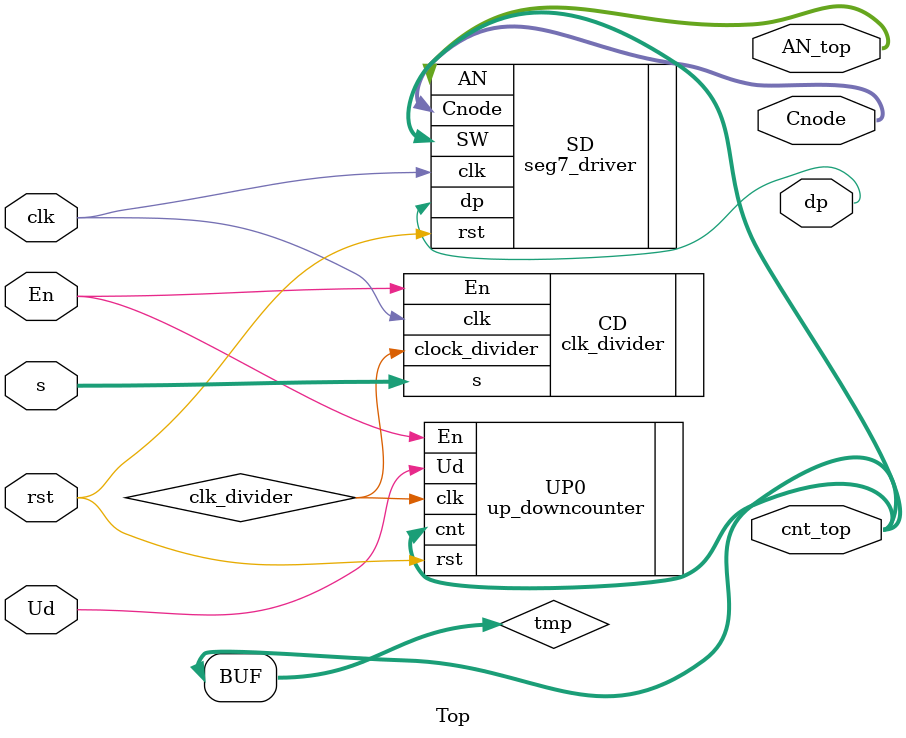
<source format=v>
`timescale 1ns / 1ps


module Top(
    input clk,rst,
    input [4:0] s,
    
    input Ud,
    input En,
    
    output dp,
    output wire [6:0] Cnode,//7 segment display
    output wire [7:0] AN_top,//7 segment display
    output wire [3:0] cnt_top //led display
    );
    reg [3:0] SW;
    wire clk_divider;
    wire [3:0] tmp;      
    assign tmp = cnt_top;
    
        clk_divider CD(
                    .clk(clk),
                    //.rst(rst),
                    .En(En),
                    .s(s),
                    .clock_divider(clk_divider)      
                    );
            /*wire tmp1;
            assign tmp1 = clk_divider;*/
    up_downcounter UP0(
                        .clk(clk_divider),
                        .rst(rst),
                        .En(En),
                        .Ud(Ud),
                        .cnt(cnt_top)
                        );
        
       
       
        
        seg7_driver SD(
                      .clk(clk),
                      .rst(rst),
                      .SW(tmp),
                      .Cnode(Cnode), 
                      .dp(dp), 
                      .AN(AN_top)
                      );
        
        
      
                       
endmodule

</source>
